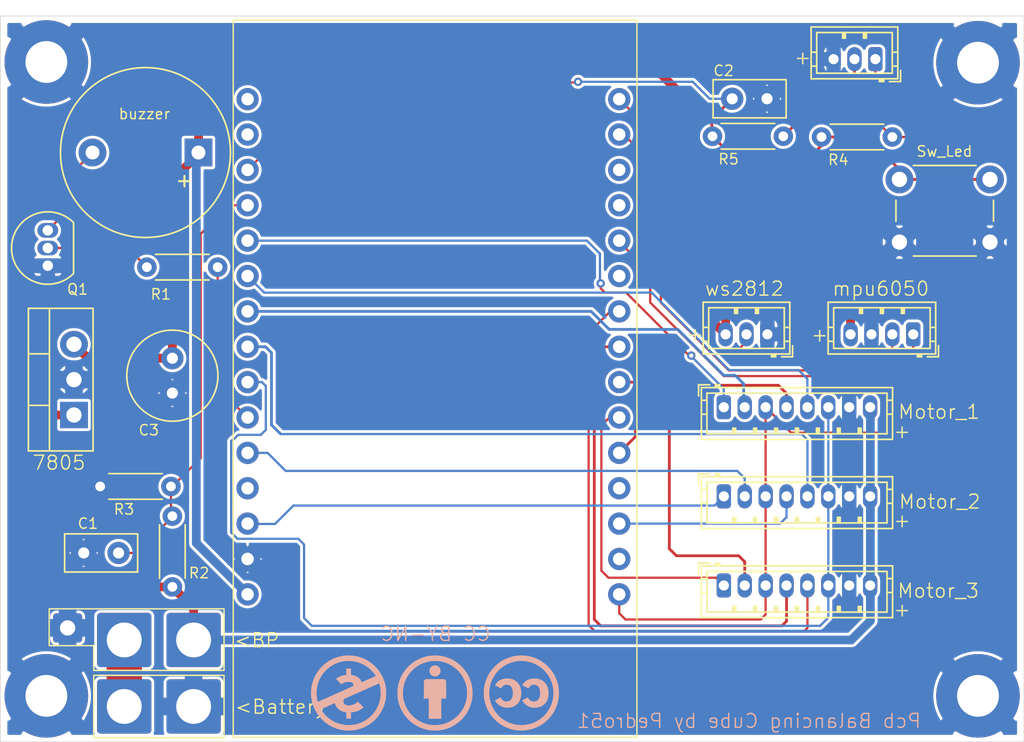
<source format=kicad_pcb>
(kicad_pcb (version 20240108) (generator "pcbnew") (generator_version "8.0")
  (layers (0 "F.Cu" signal) (31 "B.Cu" signal) (34 "B.Paste" user) (35 "F.Paste" user) (36 "B.SilkS" user "B.Silkscreen") (37 "F.SilkS" user "F.Silkscreen") (38 "B.Mask" user) (39 "F.Mask" user) (44 "Edge.Cuts" user))
  (net 0 "")
  (net 1 "+BATT")
  (net 2 "-BATT")
  (net 3 "Net-(BZ1--)")
  (net 4 "Net-(Q1-B)")
  (net 5 "unconnected-(U2-D19-Pad25)")
  (net 6 "Adc batt")
  (net 7 "Net-(J2-Pin_1)")
  (net 8 "Net-(J6-Pin_5)")
  (net 9 "Net-(J6-Pin_6)")
  (net 10 "Net-(J6-Pin_2)")
  (net 11 "Net-(J6-Pin_4)")
  (net 12 "Net-(J7-Pin_5)")
  (net 13 "Net-(J7-Pin_4)")
  (net 14 "Net-(J7-Pin_1)")
  (net 15 "Net-(J7-Pin_2)")
  (net 16 "Net-(J8-Pin_4)")
  (net 17 "Net-(J8-Pin_2)")
  (net 18 "Net-(J8-Pin_5)")
  (net 19 "Net-(J8-Pin_1)")
  (net 20 "SDA")
  (net 21 "SCL")
  (net 22 "WS2812")
  (net 23 "cmd buzzer")
  (net 29 "Net-(J6-Pin_1)")
  (net 30 "Push_Led")
  (net 31 "+3.3V")
  (net 32 "+5V")
  (net 34 "unconnected-(U2-D2-Pad19)")
  (net 35 "Net-(J14-Pin_2)")
  (footprint "Capacitor_THT:C_Disc_D5.0mm_W2.5mm_P2.50mm" (layer "F.Cu") (at 122.2248 106.8832 180)
    (property "Reference" "C1" (hide yes))
    (property "Value" "100nf")
    (pad "1" thru_hole circle (at 0 0 180) (size 1.6 1.6) (drill 0.8) (layers "*.Cu" "*.Mask") (net 6 "Adc batt"))
    (pad "2" thru_hole circle (at 2.5 0 180) (size 1.6 1.6) (drill 0.8) (layers "*.Cu" "*.Mask") (net 2 "-BATT"))
  )
  (footprint "Connector_Wire:SolderWire-2sqmm_1x01_D2mm_OD3.9mm" (layer "F.Cu") (at 127.6096 113.1316)
    (property "Reference" "J1" (hide yes))
    (property "Value" "Conn_01x01" (hide yes))
    (pad "1" thru_hole roundrect (at 0 0) (size 3.9 3.9) (drill 2.5) (layers "*.Cu" "*.Mask") (roundrect_rratio 0.064103) (net 1 "+BATT"))
  )
  (footprint "Connector_JST:JST_ZH_B8B-ZR_1x08_P1.50mm_Vertical" (layer "F.Cu") (at 165.6588 109.22)
    (property "Reference" "J8" (hide yes))
    (property "Value" "Conn_01x08_Pin")
    (pad "1" thru_hole roundrect (at 0 0) (size 1.03 1.73) (drill 0.73) (layers "*.Cu" "*.Mask") (roundrect_rratio 0.242718) (net 19 "Net-(J8-Pin_1)"))
    (pad "2" thru_hole oval (at 1.5 0) (size 1.03 1.73) (drill 0.73) (layers "*.Cu" "*.Mask") (net 17 "Net-(J8-Pin_2)"))
    (pad "3" thru_hole oval (at 3 0) (size 1.03 1.73) (drill 0.73) (layers "*.Cu" "*.Mask") (net 31 "+3.3V"))
    (pad "4" thru_hole oval (at 4.5 0) (size 1.03 1.73) (drill 0.73) (layers "*.Cu" "*.Mask") (net 16 "Net-(J8-Pin_4)"))
    (pad "5" thru_hole oval (at 6 0) (size 1.03 1.73) (drill 0.73) (layers "*.Cu" "*.Mask") (net 18 "Net-(J8-Pin_5)"))
    (pad "6" thru_hole oval (at 7.5 0) (size 1.03 1.73) (drill 0.73) (layers "*.Cu" "*.Mask") (net 9 "Net-(J6-Pin_6)"))
    (pad "7" thru_hole oval (at 9 0) (size 1.03 1.73) (drill 0.73) (layers "*.Cu" "*.Mask") (net 2 "-BATT"))
    (pad "8" thru_hole oval (at 10.5 0) (size 1.03 1.73) (drill 0.73) (layers "*.Cu" "*.Mask") (net 1 "+BATT"))
  )
  (footprint "Capacitor_THT:C_Disc_D5.0mm_W2.5mm_P2.50mm" (layer "F.Cu") (at 166.2576 74.2696)
    (property "Reference" "C2" (hide yes))
    (property "Value" "100nf")
    (pad "1" thru_hole circle (at 0 0) (size 1.6 1.6) (drill 0.8) (layers "*.Cu" "*.Mask") (net 30 "Push_Led"))
    (pad "2" thru_hole circle (at 2.5 0) (size 1.6 1.6) (drill 0.8) (layers "*.Cu" "*.Mask") (net 2 "-BATT"))
  )
  (footprint "" (layer "F.Cu") (at 183.896 117.1448)
    (property "Reference" "" (at 0 0 0) (layer "F.SilkS") (effects (font (size 1.27 1.27))))
    (property "Value" "")
    (pad "1" thru_hole circle (at 0 0) (size 6 6) (drill 3) (layers "*.Cu" "*.Mask") (net 2 "-BATT"))
  )
  (footprint "Connector_JST:JST_ZH_B8B-ZR_1x08_P1.50mm_Vertical" (layer "F.Cu") (at 165.6588 102.8192)
    (property "Reference" "J7" (hide yes))
    (property "Value" "Conn_01x08_Pin")
    (pad "1" thru_hole roundrect (at 0 0) (size 1.03 1.73) (drill 0.73) (layers "*.Cu" "*.Mask") (roundrect_rratio 0.242718) (net 14 "Net-(J7-Pin_1)"))
    (pad "2" thru_hole oval (at 1.5 0) (size 1.03 1.73) (drill 0.73) (layers "*.Cu" "*.Mask") (net 15 "Net-(J7-Pin_2)"))
    (pad "3" thru_hole oval (at 3 0) (size 1.03 1.73) (drill 0.73) (layers "*.Cu" "*.Mask") (net 31 "+3.3V"))
    (pad "4" thru_hole oval (at 4.5 0) (size 1.03 1.73) (drill 0.73) (layers "*.Cu" "*.Mask") (net 13 "Net-(J7-Pin_4)"))
    (pad "5" thru_hole oval (at 6 0) (size 1.03 1.73) (drill 0.73) (layers "*.Cu" "*.Mask") (net 12 "Net-(J7-Pin_5)"))
    (pad "6" thru_hole oval (at 7.5 0) (size 1.03 1.73) (drill 0.73) (layers "*.Cu" "*.Mask") (net 9 "Net-(J6-Pin_6)"))
    (pad "7" thru_hole oval (at 9 0) (size 1.03 1.73) (drill 0.73) (layers "*.Cu" "*.Mask") (net 2 "-BATT"))
    (pad "8" thru_hole oval (at 10.5 0) (size 1.03 1.73) (drill 0.73) (layers "*.Cu" "*.Mask") (net 1 "+BATT"))
  )
  (footprint "Resistor_THT:R_Axial_DIN0204_L3.6mm_D1.6mm_P5.08mm_Horizontal" (layer "F.Cu") (at 126.0856 109.3216 90)
    (property "Reference" "R2" (hide yes))
    (property "Value" "33k")
    (pad "1" thru_hole circle (at 0 0 90) (size 1.4 1.4) (drill 0.7) (layers "*.Cu" "*.Mask") (net 1 "+BATT"))
    (pad "2" thru_hole oval (at 5.08 0 90) (size 1.4 1.4) (drill 0.7) (layers "*.Cu" "*.Mask") (net 6 "Adc batt"))
  )
  (footprint "Resistor_THT:R_Axial_DIN0204_L3.6mm_D1.6mm_P5.08mm_Horizontal" (layer "F.Cu") (at 164.846 76.962)
    (property "Reference" "R5" (hide yes))
    (property "Value" "1k")
    (pad "1" thru_hole circle (at 0 0) (size 1.4 1.4) (drill 0.7) (layers "*.Cu" "*.Mask") (net 30 "Push_Led"))
    (pad "2" thru_hole oval (at 5.08 0) (size 1.4 1.4) (drill 0.7) (layers "*.Cu" "*.Mask") (net 35 "Net-(J14-Pin_2)"))
  )
  (footprint "Capacitor_THT:C_Radial_D6.3mm_H11.0mm_P2.50mm" (layer "F.Cu") (at 126.0856 92.9024 -90)
    (property "Reference" "C3" (hide yes))
    (property "Value" "C_Polarized")
    (pad "1" thru_hole circle (at 0 0 270) (size 1.6 1.6) (drill 0.8) (layers "*.Cu" "*.Mask") (net 32 "+5V"))
    (pad "2" thru_hole circle (at 2.5 0 270) (size 1.6 1.6) (drill 0.8) (layers "*.Cu" "*.Mask") (net 2 "-BATT"))
  )
  (footprint "Connector_JST:JST_ZH_B3B-ZR_1x03_P1.50mm_Vertical" (layer "F.Cu") (at 176.5328 71.4248 180)
    (property "Reference" "J14" (hide yes))
    (property "Value" "Conn_01x03_Pin")
    (pad "1" thru_hole roundrect (at 0 0 180) (size 1.03 1.73) (drill 0.73) (layers "*.Cu" "*.Mask") (roundrect_rratio 0.242718) (net 31 "+3.3V"))
    (pad "2" thru_hole oval (at 1.5 0 180) (size 1.03 1.73) (drill 0.73) (layers "*.Cu" "*.Mask") (net 35 "Net-(J14-Pin_2)"))
    (pad "3" thru_hole oval (at 3 0 180) (size 1.03 1.73) (drill 0.73) (layers "*.Cu" "*.Mask") (net 2 "-BATT"))
  )
  (footprint "Package_TO_SOT_THT:TO-92_Inline" (layer "F.Cu") (at 117.1448 86.2584 90)
    (property "Reference" "Q1" (hide yes))
    (property "Value" "PN2222A")
    (pad "1" thru_hole rect (at 0 0 90) (size 1.05 1.5) (drill 0.75) (layers "*.Cu" "*.Mask") (net 2 "-BATT"))
    (pad "2" thru_hole oval (at 1.27 0 90) (size 1.05 1.5) (drill 0.75) (layers "*.Cu" "*.Mask") (net 4 "Net-(Q1-B)"))
    (pad "3" thru_hole oval (at 2.54 0 90) (size 1.05 1.5) (drill 0.75) (layers "*.Cu" "*.Mask") (net 3 "Net-(BZ1--)"))
  )
  (footprint "Package_TO_SOT_THT:TO-220-3_Vertical" (layer "F.Cu") (at 119.0244 96.9772 90)
    (property "Reference" "U1" (hide yes))
    (property "Value" "LM7805_TO220")
    (pad "1" thru_hole rect (at 0 0 90) (size 1.905 2) (drill 1.1) (layers "*.Cu" "*.Mask") (net 1 "+BATT"))
    (pad "2" thru_hole oval (at 2.54 0 90) (size 1.905 2) (drill 1.1) (layers "*.Cu" "*.Mask") (net 2 "-BATT"))
    (pad "3" thru_hole oval (at 5.08 0 90) (size 1.905 2) (drill 1.1) (layers "*.Cu" "*.Mask") (net 32 "+5V"))
  )
  (footprint "Resistor_THT:R_Axial_DIN0204_L3.6mm_D1.6mm_P5.08mm_Horizontal" (layer "F.Cu") (at 172.6692 77.0128)
    (property "Reference" "R4" (hide yes))
    (property "Value" "10k")
    (pad "1" thru_hole circle (at 0 0) (size 1.4 1.4) (drill 0.7) (layers "*.Cu" "*.Mask") (net 30 "Push_Led"))
    (pad "2" thru_hole oval (at 5.08 0) (size 1.4 1.4) (drill 0.7) (layers "*.Cu" "*.Mask") (net 31 "+3.3V"))
  )
  (footprint "MountingHole:MountingHole_3mm_Pad" (layer "F.Cu") (at 117.0432 71.628)
    (property "Reference" "1" (hide yes))
    (property "Value" "MountingHole_3mm_Pad" (hide yes))
    (pad "1" thru_hole circle (at 0 0) (size 6 6) (drill 3) (layers "*.Cu" "*.Mask") (net 2 "-BATT"))
  )
  (footprint "Button_Switch_THT:SW_PUSH_6mm" (layer "F.Cu") (at 184.7596 84.5608 180)
    (property "Reference" "SW2" (hide yes))
    (property "Value" "SW_Push")
    (pad "1" thru_hole circle (at 0 0 270) (size 2 2) (drill 1.1) (layers "*.Cu" "*.Mask") (net 2 "-BATT"))
    (pad "1" thru_hole circle (at 6.5 0 270) (size 2 2) (drill 1.1) (layers "*.Cu" "*.Mask") (net 2 "-BATT"))
    (pad "2" thru_hole circle (at 0 4.5 270) (size 2 2) (drill 1.1) (layers "*.Cu" "*.Mask") (net 30 "Push_Led"))
    (pad "2" thru_hole circle (at 6.5 4.5 270) (size 2 2) (drill 1.1) (layers "*.Cu" "*.Mask") (net 30 "Push_Led"))
  )
  (footprint "Connector_JST:JST_ZH_B8B-ZR_1x08_P1.50mm_Vertical" (layer "F.Cu") (at 165.656 96.4184)
    (property "Reference" "J6" (hide yes))
    (property "Value" "Conn_01x08_Pin")
    (pad "1" thru_hole roundrect (at 0 0) (size 1.03 1.73) (drill 0.73) (layers "*.Cu" "*.Mask") (roundrect_rratio 0.242718) (net 29 "Net-(J6-Pin_1)"))
    (pad "2" thru_hole oval (at 1.5 0) (size 1.03 1.73) (drill 0.73) (layers "*.Cu" "*.Mask") (net 10 "Net-(J6-Pin_2)"))
    (pad "3" thru_hole oval (at 3 0) (size 1.03 1.73) (drill 0.73) (layers "*.Cu" "*.Mask") (net 31 "+3.3V"))
    (pad "4" thru_hole oval (at 4.5 0) (size 1.03 1.73) (drill 0.73) (layers "*.Cu" "*.Mask") (net 11 "Net-(J6-Pin_4)"))
    (pad "5" thru_hole oval (at 6 0) (size 1.03 1.73) (drill 0.73) (layers "*.Cu" "*.Mask") (net 8 "Net-(J6-Pin_5)"))
    (pad "6" thru_hole oval (at 7.5 0) (size 1.03 1.73) (drill 0.73) (layers "*.Cu" "*.Mask") (net 9 "Net-(J6-Pin_6)"))
    (pad "7" thru_hole oval (at 9 0) (size 1.03 1.73) (drill 0.73) (layers "*.Cu" "*.Mask") (net 2 "-BATT"))
    (pad "8" thru_hole oval (at 10.5 0) (size 1.03 1.73) (drill 0.73) (layers "*.Cu" "*.Mask") (net 1 "+BATT"))
  )
  (footprint "Connector_Wire:SolderWire-0.5sqmm_1x01_D0.9mm_OD2.1mm" (layer "F.Cu") (at 118.5672 112.268)
    (property "Reference" "J5" (hide yes))
    (property "Value" "Conn_01x01" (hide yes))
    (pad "1" thru_hole roundrect (at 0 0) (size 2.1 2.1) (drill 1.1) (layers "*.Cu" "*.Mask") (roundrect_rratio 0.119048) (net 2 "-BATT"))
  )
  (footprint "Connector_Wire:SolderWire-2sqmm_1x01_D2mm_OD3.9mm" (layer "F.Cu") (at 122.6312 113.1316)
    (property "Reference" "J2" (hide yes))
    (property "Value" "Conn_01x01" (hide yes))
    (pad "1" thru_hole roundrect (at 0 0) (size 3.9 3.9) (drill 2.5) (layers "*.Cu" "*.Mask") (roundrect_rratio 0.064103) (net 7 "Net-(J2-Pin_1)"))
  )
  (footprint "Connector_Wire:SolderWire-2sqmm_1x01_D2mm_OD3.9mm" (layer "F.Cu") (at 122.6312 117.9068)
    (property "Reference" "J3" (hide yes))
    (property "Value" "Conn_01x01" (hide yes))
    (pad "1" thru_hole roundrect (at 0 0) (size 3.9 3.9) (drill 2.5) (layers "*.Cu" "*.Mask") (roundrect_rratio 0.064103) (net 7 "Net-(J2-Pin_1)"))
  )
  (footprint "Resistor_THT:R_Axial_DIN0204_L3.6mm_D1.6mm_P5.08mm_Horizontal" (layer "F.Cu") (at 125.984 102.108 180)
    (property "Reference" "R3" (hide yes))
    (property "Value" "10k")
    (pad "1" thru_hole circle (at 0 0 180) (size 1.4 1.4) (drill 0.7) (layers "*.Cu" "*.Mask") (net 6 "Adc batt"))
    (pad "2" thru_hole oval (at 5.08 0 180) (size 1.4 1.4) (drill 0.7) (layers "*.Cu" "*.Mask") (net 2 "-BATT"))
  )
  (footprint "Resistor_THT:R_Axial_DIN0204_L3.6mm_D1.6mm_P5.08mm_Horizontal" (layer "F.Cu") (at 129.3368 86.36 180)
    (property "Reference" "R1" (hide yes))
    (property "Value" "1k")
    (pad "1" thru_hole circle (at 0 0 180) (size 1.4 1.4) (drill 0.7) (layers "*.Cu" "*.Mask") (net 23 "cmd buzzer"))
    (pad "2" thru_hole oval (at 5.08 0 180) (size 1.4 1.4) (drill 0.7) (layers "*.Cu" "*.Mask") (net 4 "Net-(Q1-B)"))
  )
  (footprint "MountingHole:MountingHole_3mm_Pad" (layer "F.Cu") (at 117.0432 117.1448)
    (property "Reference" "1" (hide yes))
    (property "Value" "MountingHole_3mm_Pad" (hide yes))
    (pad "1" thru_hole circle (at 0 0) (size 6 6) (drill 3) (layers "*.Cu" "*.Mask") (net 2 "-BATT"))
  )
  (footprint "Connector_JST:JST_ZH_B4B-ZR_1x04_P1.50mm_Vertical" (layer "F.Cu") (at 179.252 91.186 180)
    (property "Reference" "J12" (hide yes))
    (property "Value" "Conn_01x04_Pin")
    (pad "1" thru_hole roundrect (at 0 0 180) (size 1.03 1.73) (drill 0.73) (layers "*.Cu" "*.Mask") (roundrect_rratio 0.242718) (net 20 "SDA"))
    (pad "2" thru_hole oval (at 1.5 0 180) (size 1.03 1.73) (drill 0.73) (layers "*.Cu" "*.Mask") (net 21 "SCL"))
    (pad "3" thru_hole oval (at 3 0 180) (size 1.03 1.73) (drill 0.73) (layers "*.Cu" "*.Mask") (net 2 "-BATT"))
    (pad "4" thru_hole oval (at 4.5 0 180) (size 1.03 1.73) (drill 0.73) (layers "*.Cu" "*.Mask") (net 32 "+5V"))
  )
  (footprint "Connector_JST:JST_ZH_B3B-ZR_1x03_P1.50mm_Vertical" (layer "F.Cu") (at 168.7844 91.186 180)
    (property "Reference" "J13" (hide yes))
    (property "Value" "Conn_01x03_Pin")
    (pad "1" thru_hole roundrect (at 0 0 180) (size 1.03 1.73) (drill 0.73) (layers "*.Cu" "*.Mask") (roundrect_rratio 0.242718) (net 2 "-BATT"))
    (pad "2" thru_hole oval (at 1.5 0 180) (size 1.03 1.73) (drill 0.73) (layers "*.Cu" "*.Mask") (net 22 "WS2812"))
    (pad "3" thru_hole oval (at 3 0 180) (size 1.03 1.73) (drill 0.73) (layers "*.Cu" "*.Mask") (net 32 "+5V"))
  )
  (footprint "" (layer "F.Cu") (at 183.896 71.6788)
    (property "Reference" "" (at 0 0 0) (layer "F.SilkS") (effects (font (size 1.27 1.27))))
    (property "Value" "")
    (pad "1" thru_hole circle (at 0 0) (size 6 6) (drill 3) (layers "*.Cu" "*.Mask") (net 2 "-BATT"))
  )
  (footprint "Connector_Wire:SolderWire-2sqmm_1x01_D2mm_OD3.9mm" (layer "F.Cu") (at 127.6096 117.9068)
    (property "Reference" "J4" (hide yes))
    (property "Value" "Conn_01x01" (hide yes))
    (pad "1" thru_hole roundrect (at 0 0) (size 3.9 3.9) (drill 2.5) (layers "*.Cu" "*.Mask") (roundrect_rratio 0.064103) (net 2 "-BATT"))
  )
  (footprint "Buzzer_Beeper:Buzzer_12x9.5RM7.6" (layer "F.Cu") (at 127.9552 78.1304 180)
    (property "Reference" "BZ1" (hide yes))
    (property "Value" "Buzzer" (hide yes))
    (fp_text user "+" (at 1.006 -1.9812 0) (layer "F.SilkS"))
    (pad "1" thru_hole rect (at 0 0 180) (size 2 2) (drill 1) (layers "*.Cu" "*.Mask") (net 32 "+5V"))
    (pad "2" thru_hole circle (at 7.6 0 180) (size 2 2) (drill 1) (layers "*.Cu" "*.Mask") (net 3 "Net-(BZ1--)"))
  )
  (footprint "MesEmpreintes:esp module 30pins" (layer "F.Cu") (at 145.4526 94.6162)
    (property "Reference" "U2" (hide yes))
    (property "Value" "~")
    (pad "1" thru_hole circle (at -13.97 -20.32) (size 1.6 1.6) (drill 0.9) (layers "*.Cu" "*.Mask"))
    (pad "2" thru_hole circle (at -13.97 -17.78) (size 1.6 1.6) (drill 0.9) (layers "*.Cu" "*.Mask"))
    (pad "3" thru_hole circle (at -13.97 -15.24) (size 1.6 1.6) (drill 0.9) (layers "*.Cu" "*.Mask") (net 30 "Push_Led"))
    (pad "4" thru_hole circle (at -13.97 -12.7) (size 1.6 1.6) (drill 0.9) (layers "*.Cu" "*.Mask") (net 6 "Adc batt"))
    (pad "5" thru_hole circle (at -13.97 -10.16) (size 1.6 1.6) (drill 0.9) (layers "*.Cu" "*.Mask") (net 29 "Net-(J6-Pin_1)"))
    (pad "6" thru_hole circle (at -13.97 -7.62) (size 1.6 1.6) (drill 0.9) (layers "*.Cu" "*.Mask") (net 8 "Net-(J6-Pin_5)"))
    (pad "7" thru_hole circle (at -13.97 -5.08) (size 1.6 1.6) (drill 0.9) (layers "*.Cu" "*.Mask") (net 10 "Net-(J6-Pin_2)"))
    (pad "8" thru_hole circle (at -13.97 -2.54) (size 1.6 1.6) (drill 0.9) (layers "*.Cu" "*.Mask") (net 12 "Net-(J7-Pin_5)"))
    (pad "9" thru_hole circle (at -13.97 0) (size 1.6 1.6) (drill 0.9) (layers "*.Cu" "*.Mask") (net 9 "Net-(J6-Pin_6)"))
    (pad "10" thru_hole circle (at -13.97 2.54) (size 1.6 1.6) (drill 0.9) (layers "*.Cu" "*.Mask") (net 23 "cmd buzzer"))
    (pad "11" thru_hole circle (at -13.97 5.08) (size 1.6 1.6) (drill 0.9) (layers "*.Cu" "*.Mask") (net 15 "Net-(J7-Pin_2)"))
    (pad "12" thru_hole circle (at -13.97 7.62) (size 1.6 1.6) (drill 0.9) (layers "*.Cu" "*.Mask"))
    (pad "13" thru_hole circle (at -13.97 10.16) (size 1.6 1.6) (drill 0.9) (layers "*.Cu" "*.Mask") (net 14 "Net-(J7-Pin_1)"))
    (pad "14" thru_hole circle (at -13.97 12.7) (size 1.6 1.6) (drill 0.9) (layers "*.Cu" "*.Mask") (net 2 "-BATT"))
    (pad "15" thru_hole circle (at -13.97 15.24) (size 1.6 1.6) (drill 0.9) (layers "*.Cu" "*.Mask") (net 32 "+5V"))
    (pad "16" thru_hole circle (at 12.7 15.24) (size 1.6 1.6) (drill 0.9) (layers "*.Cu" "*.Mask") (net 31 "+3.3V"))
    (pad "17" thru_hole circle (at 12.7 12.7) (size 1.6 1.6) (drill 0.9) (layers "*.Cu" "*.Mask"))
    (pad "18" thru_hole circle (at 12.7 10.16) (size 1.6 1.6) (drill 0.9) (layers "*.Cu" "*.Mask") (net 13 "Net-(J7-Pin_4)"))
    (pad "19" thru_hole circle (at 12.7 7.62) (size 1.6 1.6) (drill 0.9) (layers "*.Cu" "*.Mask") (net 34 "unconnected-(U2-D2-Pad19)"))
    (pad "20" thru_hole circle (at 12.7 5.08) (size 1.6 1.6) (drill 0.9) (layers "*.Cu" "*.Mask") (net 11 "Net-(J6-Pin_4)"))
    (pad "21" thru_hole circle (at 12.7 2.54) (size 1.6 1.6) (drill 0.9) (layers "*.Cu" "*.Mask") (net 19 "Net-(J8-Pin_1)"))
    (pad "22" thru_hole circle (at 12.7 0) (size 1.6 1.6) (drill 0.9) (layers "*.Cu" "*.Mask") (net 17 "Net-(J8-Pin_2)"))
    (pad "23" thru_hole circle (at 12.7 -2.54) (size 1.6 1.6) (drill 0.9) (layers "*.Cu" "*.Mask") (net 16 "Net-(J8-Pin_4)"))
    (pad "24" thru_hole circle (at 12.7 -5.08) (size 1.6 1.6) (drill 0.9) (layers "*.Cu" "*.Mask") (net 18 "Net-(J8-Pin_5)"))
    (pad "25" thru_hole circle (at 12.7 -7.62) (size 1.6 1.6) (drill 0.9) (layers "*.Cu" "*.Mask") (net 5 "unconnected-(U2-D19-Pad25)"))
    (pad "26" thru_hole circle (at 12.7 -10.16) (size 1.6 1.6) (drill 0.9) (layers "*.Cu" "*.Mask") (net 20 "SDA"))
    (pad "27" thru_hole circle (at 12.7 -12.7) (size 1.6 1.6) (drill 0.9) (layers "*.Cu" "*.Mask"))
    (pad "28" thru_hole circle (at 12.7 -15.24) (size 1.6 1.6) (drill 0.9) (layers "*.Cu" "*.Mask"))
    (pad "29" thru_hole circle (at 12.7 -17.78) (size 1.6 1.6) (drill 0.9) (layers "*.Cu" "*.Mask") (net 21 "SCL"))
    (pad "30" thru_hole circle (at 12.7 -20.32) (size 1.6 1.6) (drill 0.9) (layers "*.Cu" "*.Mask") (net 22 "WS2812"))
  )
  (footprint "Symbol:Symbol_CC-Attribution_Silkscreen_Small" (layer "B.Cu") (at 144.9324 116.9416 180)
    (property "Reference" "REF**" (hide yes))
    (property "Value" "Symbol_CC-Attribution_Silkscreen_Small" (hide yes))
  )
  (footprint "Symbol:Symbol_CreativeCommons_Silkscreen_Type2_Small" (layer "B.Cu") (at 151.13 116.9416 180)
    (property "Reference" "REF**" (hide yes))
    (property "Value" "Symbol_CreativeCommons_Silkscreen_Type2_Small" (hide yes))
  )
  (footprint "Symbol:Symbol_CC-Noncommercial_Silkscreen_Small" (layer "B.Cu") (at 138.7348 116.9416 180)
    (property "Reference" "REF**" (hide yes))
    (property "Value" "Symbol_CC-Noncommercial_Silkscreen_Small" (hide yes))
  )
  (gr_poly (pts (xy 117.2464 110.8964) (xy 129.794 110.8964) (xy 129.794 115.316) (xy 120.4468 115.316) (xy 120.4468 113.538) (xy 117.2464 113.538)) (stroke (width 0.1)) (fill none) (layer "F.SilkS"))
  (gr_rect (start 120.4468 115.6716) (end 129.794 120.142) (stroke (width 0.1)) (fill none) (layer "F.SilkS"))
  (gr_rect (start 113.7412 68.326) (end 187.198 120.4468) (stroke (width 0.05)) (fill none) (layer "Edge.Cuts"))
  (gr_text "CC BY-NC" (at 148.9964 113.284 0) (layer "B.SilkS") (effects (font (size 1 1) (thickness 0.1)) (justify left bottom mirror)))
  (gr_text "Pcb Balancing Cube by Pedro51" (at 179.8828 119.5324 0) (layer "B.SilkS") (effects (font (size 1 1) (thickness 0.1)) (justify left bottom mirror)))
  (gr_text "R2\n" (at 127.2032 108.7628 0) (layer "F.SilkS") (effects (font (size 0.75 0.75) (thickness 0.1)) (justify left bottom)))
  (gr_text "R4" (at 173.0756 79.0956 0) (layer "F.SilkS") (effects (font (size 0.75 0.75) (thickness 0.1)) (justify left bottom)))
  (gr_text "<Battery" (at 130.5052 118.5164 0) (layer "F.SilkS") (effects (font (size 1 1) (thickness 0.1)) (justify left bottom)))
  (gr_text "Sw_Led" (at 179.4256 78.486 0) (layer "F.SilkS") (effects (font (size 0.75 0.75) (thickness 0.1)) (justify left bottom)))
  (gr_text "R3" (at 121.8184 104.1908 0) (layer "F.SilkS") (effects (font (size 0.75 0.75) (thickness 0.1)) (justify left bottom)))
  (gr_text "Motor_1" (at 178.1048 97.3328 0) (layer "F.SilkS") (effects (font (size 1 1) (thickness 0.1)) (justify left bottom)))
  (gr_text "Motor_3" (at 178.054 110.1852 0) (layer "F.SilkS") (effects (font (size 1 1) (thickness 0.1)) (justify left bottom)))
  (gr_text "+" (at 177.7688 111.53 0) (layer "F.SilkS") (effects (font (size 1 1) (thickness 0.1)) (justify left bottom)))
  (gr_text "+" (at 170.6372 71.882 0) (layer "F.SilkS") (effects (font (size 1 1) (thickness 0.1)) (justify left bottom)))
  (gr_text "7805\n" (at 115.9764 100.9904 0) (layer "F.SilkS") (effects (font (size 1 1) (thickness 0.1)) (justify left bottom)))
  (gr_text "R1" (at 124.46 88.7476 0) (layer "F.SilkS") (effects (font (size 0.75 0.75) (thickness 0.1)) (justify left bottom)))
  (gr_text "C1" (at 119.2276 105.2068 0) (layer "F.SilkS") (effects (font (size 0.75 0.75) (thickness 0.1)) (justify left bottom)))
  (gr_text "<BP" (at 130.4544 113.7412 0) (layer "F.SilkS") (effects (font (size 1 1) (thickness 0.1)) (justify left bottom)))
  (gr_text "ws2812" (at 164.2364 88.4936 0) (layer "F.SilkS") (effects (font (size 1 1) (thickness 0.1)) (justify left bottom)))
  (gr_text "+" (at 162.9156 91.7448 0) (layer "F.SilkS") (effects (font (size 1 1) (thickness 0.1)) (justify left bottom)))
  (gr_text "+" (at 177.766 98.7284 0) (layer "F.SilkS") (effects (font (size 1 1) (thickness 0.1)) (justify left bottom)))
  (gr_text "mpu6050" (at 173.3804 88.4936 0) (layer "F.SilkS") (effects (font (size 1 1) (thickness 0.1)) (justify left bottom)))
  (gr_text "C3\n" (at 123.5964 98.5012 0) (layer "F.SilkS") (effects (font (size 0.75 0.75) (thickness 0.1)) (justify left bottom)))
  (gr_text "buzzer" (at 122.174 75.7936 0) (layer "F.SilkS") (effects (font (size 0.75 0.75) (thickness 0.1)) (justify left bottom)))
  (gr_text "Motor_2" (at 178.1556 103.7844 0) (layer "F.SilkS") (effects (font (size 1 1) (thickness 0.1)) (justify left bottom)))
  (gr_text "C2" (at 164.846 72.6948 0) (layer "F.SilkS") (effects (font (size 0.75 0.75) (thickness 0.1)) (justify left bottom)))
  (gr_text "R5\n" (at 165.2016 79.0448 0) (layer "F.SilkS") (effects (font (size 0.75 0.75) (thickness 0.1)) (justify left bottom)))
  (gr_text "Q1\n" (at 118.4656 88.392 0) (layer "F.SilkS") (effects (font (size 0.75 0.75) (thickness 0.1)) (justify left bottom)))
  (gr_text "+" (at 171.8564 91.7956 0) (layer "F.SilkS") (effects (font (size 1 1) (thickness 0.1)) (justify left bottom)))
  (gr_text "+" (at 177.7688 105.1292 0) (layer "F.SilkS") (effects (font (size 1 1) (thickness 0.1)) (justify left bottom)))
  (segment (start 116.9924 109.3216) (end 126.0856 109.3216) (width 0.63) (layer "F.Cu") (net 1))
  (segment (start 127.6096 113.1316) (end 127.6096 110.8456) (width 0.63) (layer "F.Cu") (net 1))
  (segment (start 126.0348 109.3724) (end 125.73 109.3724) (width 0.16) (layer "F.Cu") (net 1))
  (segment (start 176.3484 96.32) (end 176.3516 96.3168) (width 0.16) (layer "F.Cu") (net 1))
  (segment (start 127.6096 110.8456) (end 126.0856 109.3216) (width 0.63) (layer "F.Cu") (net 1))
  (segment (start 117.2972 96.9772) (end 115.57 98.7044) (width 0.63) (layer "F.Cu") (net 1))
  (segment (start 125.6792 109.4232) (end 125.73 109.3724) (width 0.16) (layer "F.Cu") (net 1))
  (segment (start 115.57 98.7044) (end 115.57 107.8992) (width 0.63) (layer "F.Cu") (net 1))
  (segment (start 127.6096 111.252) (end 127.6096 113.1316) (width 0.16) (layer "F.Cu") (net 1))
  (segment (start 119.0244 96.9772) (end 117.2972 96.9772) (width 0.63) (layer "F.Cu") (net 1))
  (segment (start 115.57 107.8992) (end 116.9924 109.3216) (width 0.63) (layer "F.Cu") (net 1))
  (segment (start 127.6096 113.1316) (end 127.1524 112.6744) (width 0.95) (layer "F.Cu") (net 1))
  (segment (start 176.3516 96.3168) (end 176.3516 95.6812) (width 0.16) (layer "B.Cu") (net 1))
  (segment (start 176.1744 111.76) (end 176.1744 96.4368) (width 0.63) (layer "B.Cu") (net 1))
  (segment (start 127.6096 113.1316) (end 174.8028 113.1316) (width 0.63) (layer "B.Cu") (net 1))
  (segment (start 174.8028 113.1316) (end 176.1744 111.76) (width 0.63) (layer "B.Cu") (net 1))
  (segment (start 176.1744 96.4368) (end 176.156 96.4184) (width 0.63) (layer "B.Cu") (net 1))
  (segment (start 117.1448 83.7184) (end 119.0244 81.8388) (width 0.16) (layer "F.Cu") (net 3))
  (segment (start 119.0244 79.4612) (end 120.3552 78.1304) (width 0.16) (layer "F.Cu") (net 3))
  (segment (start 119.0244 81.8388) (end 119.0244 79.4612) (width 0.16) (layer "F.Cu") (net 3))
  (segment (start 119.8372 78.496) (end 120.2028 78.1304) (width 0.16) (layer "F.Cu") (net 3))
  (segment (start 117.1448 84.9884) (end 122.8852 84.9884) (width 0.16) (layer "F.Cu") (net 4))
  (segment (start 122.8852 84.9884) (end 124.2568 86.36) (width 0.16) (layer "F.Cu") (net 4))
  (segment (start 158.2178 86.9962) (end 158.1526 86.9962) (width 0.16) (layer "F.Cu") (net 5))
  (segment (start 158.1526 86.9962) (end 158.5734 86.9962) (width 0.16) (layer "F.Cu") (net 5))
  (segment (start 158.1526 86.9962) (end 158.2276 87.0712) (width 0.2) (layer "B.Cu") (net 5))
  (segment (start 130.1738 81.9162) (end 131.4826 81.9162) (width 0.16) (layer "F.Cu") (net 6))
  (segment (start 131.4826 81.979) (end 131.4826 81.9162) (width 0.16) (layer "F.Cu") (net 6))
  (segment (start 128.1176 83.9724) (end 130.1738 81.9162) (width 0.16) (layer "F.Cu") (net 6))
  (segment (start 123.4948 106.8832) (end 125.984 104.394) (width 0.16) (layer "F.Cu") (net 6))
  (segment (start 122.2248 106.8832) (end 123.4948 106.8832) (width 0.16) (layer "F.Cu") (net 6))
  (segment (start 125.984 102.2096) (end 128.1176 100.076) (width 0.16) (layer "F.Cu") (net 6))
  (segment (start 128.1176 100.076) (end 128.1176 83.9724) (width 0.16) (layer "F.Cu") (net 6))
  (segment (start 125.984 104.394) (end 125.984 102.2096) (width 0.16) (layer "F.Cu") (net 6))
  (segment (start 122.6312 113.1316) (end 122.6312 117.9068) (width 2.54) (layer "F.Cu") (net 7))
  (segment (start 171.0192 93.7524) (end 171.6532 94.3864) (width 0.16) (layer "B.Cu") (net 8))
  (segment (start 166.0408 93.7524) (end 171.0192 93.7524) (width 0.16) (layer "B.Cu") (net 8))
  (segment (start 160.4772 88.1888) (end 166.0408 93.7524) (width 0.16) (layer "B.Cu") (net 8))
  (segment (start 171.6532 96.4156) (end 171.656 96.4184) (width 0.16) (layer "B.Cu") (net 8))
  (segment (start 132.6752 88.1888) (end 160.4772 88.1888) (width 0.16) (layer "B.Cu") (net 8))
  (segment (start 131.4826 86.9962) (end 132.6752 88.1888) (width 0.16) (layer "B.Cu") (net 8))
  (segment (start 171.6532 94.3864) (end 171.6532 96.4156) (width 0.16) (layer "B.Cu") (net 8))
  (segment (start 173.1588 96.4212) (end 173.156 96.4184) (width 0.16) (layer "F.Cu") (net 9))
  (segment (start 132.7912 94.8944) (end 132.7912 98.044) (width 0.16) (layer "B.Cu") (net 9))
  (segment (start 130.302 98.8568) (end 130.302 105.41) (width 0.16) (layer "B.Cu") (net 9))
  (segment (start 131.4826 94.6162) (end 132.513 94.6162) (width 0.16) (layer "B.Cu") (net 9))
  (segment (start 135.5344 106.2736) (end 135.5344 111.5568) (width 0.16) (layer "B.Cu") (net 9))
  (segment (start 132.7912 98.044) (end 132.4356 98.3996) (width 0.16) (layer "B.Cu") (net 9))
  (segment (start 130.81 98.3996) (end 130.5052 98.7044) (width 0.16) (layer "B.Cu") (net 9))
  (segment (start 173.1588 111.5244) (end 173.1588 109.22) (width 0.16) (layer "B.Cu") (net 9))
  (segment (start 135.5344 111.5568) (end 136.0932 112.1156) (width 0.16) (layer "B.Cu") (net 9))
  (segment (start 172.5676 112.1156) (end 173.1588 111.5244) (width 0.16) (layer "B.Cu") (net 9))
  (segment (start 135.128 105.8672) (end 135.5344 106.2736) (width 0.16) (layer "B.Cu") (net 9))
  (segment (start 132.4356 98.3996) (end 130.81 98.3996) (width 0.16) (layer "B.Cu") (net 9))
  (segment (start 136.0932 112.1156) (end 172.5676 112.1156) (width 0.16) (layer "B.Cu") (net 9))
  (segment (start 130.4544 98.7044) (end 130.302 98.8568) (width 0.16) (layer "B.Cu") (net 9))
  (segment (start 130.302 105.41) (end 130.7592 105.8672) (width 0.16) (layer "B.Cu") (net 9))
  (segment (start 132.513 94.6162) (end 132.7912 94.8944) (width 0.16) (layer "B.Cu") (net 9))
  (segment (start 130.5052 98.7044) (end 130.4544 98.7044) (width 0.16) (layer "B.Cu") (net 9))
  (segment (start 130.7592 105.8672) (end 135.128 105.8672) (width 0.16) (layer "B.Cu") (net 9))
  (segment (start 173.156 96.4184) (end 173.156 109.2172) (width 0.16) (layer "B.Cu") (net 9))
  (segment (start 173.156 109.2172) (end 173.1588 109.22) (width 0.16) (layer "B.Cu") (net 9))
  (segment (start 157.4292 90.8304) (end 162.3568 90.8304) (width 0.2) (layer "B.Cu") (net 10))
  (segment (start 165.6588 94.1324) (end 166.4716 94.1324) (width 0.2) (layer "B.Cu") (net 10))
  (segment (start 162.3568 90.8304) (end 165.6588 94.1324) (width 0.2) (layer "B.Cu") (net 10))
  (segment (start 166.4716 94.1324) (end 167.0812 94.742) (width 0.2) (layer "B.Cu") (net 10))
  (segment (start 156.135 89.5362) (end 157.4292 90.8304) (width 0.2) (layer "B.Cu") (net 10))
  (segment (start 131.4826 89.5362) (end 156.135 89.5362) (width 0.2) (layer "B.Cu") (net 10))
  (segment (start 167.0812 96.3436) (end 167.156 96.4184) (width 0.2) (layer "B.Cu") (net 10))
  (segment (start 167.0812 94.742) (end 167.0812 96.3436) (width 0.2) (layer "B.Cu") (net 10))
  (segment (start 158.8008 95.8596) (end 157.3784 95.8596) (width 0.2) (layer "F.Cu") (net 11))
  (segment (start 157.3784 95.8596) (end 156.8196 95.3008) (width 0.2) (layer "F.Cu") (net 11))
  (segment (start 159.3152 96.374) (end 158.8008 95.8596) (width 0.2) (layer "F.Cu") (net 11))
  (segment (start 160.4772 94.8436) (end 169.5704 94.8436) (width 0.2) (layer "F.Cu") (net 11))
  (segment (start 158.1526 99.6962) (end 159.3152 98.5336) (width 0.2) (layer "F.Cu") (net 11))
  (segment (start 159.0548 93.4212) (end 160.4772 94.8436) (width 0.2) (layer "F.Cu") (net 11))
  (segment (start 159.3152 98.5336) (end 159.3152 96.374) (width 0.2) (layer "F.Cu") (net 11))
  (segment (start 156.8196 93.726) (end 157.1244 93.4212) (width 0.2) (layer "F.Cu") (net 11))
  (segment (start 169.5704 94.8436) (end 170.156 95.4292) (width 0.2) (layer "F.Cu") (net 11))
  (segment (start 156.8196 95.3008) (end 156.8196 93.726) (width 0.2) (layer "F.Cu") (net 11))
  (segment (start 157.1244 93.4212) (end 159.0548 93.4212) (width 0.2) (layer "F.Cu") (net 11))
  (segment (start 170.156 95.4292) (end 170.156 96.4184) (width 0.2) (layer "F.Cu") (net 11))
  (segment (start 158.1526 99.6962) (end 157.4534 99.6962) (width 0.16) (layer "F.Cu") (net 11))
  (segment (start 133.858 98.3488) (end 133.7564 98.2472) (width 0.16) (layer "B.Cu") (net 12))
  (segment (start 133.8072 98.298) (end 133.7564 98.2472) (width 0.2) (layer "B.Cu") (net 12))
  (segment (start 133.7564 98.2472) (end 133.1976 97.6884) (width 0.2) (layer "B.Cu") (net 12))
  (segment (start 132.7646 92.0762) (end 131.4826 92.0762) (width 0.2) (layer "B.Cu") (net 12))
  (segment (start 133.1976 97.6884) (end 133.1976 92.5092) (width 0.2) (layer "B.Cu") (net 12))
  (segment (start 133.1976 92.5092) (end 132.7646 92.0762) (width 0.2) (layer "B.Cu") (net 12))
  (segment (start 171.2468 98.3488) (end 133.858 98.3488) (width 0.16) (layer "B.Cu") (net 12))
  (segment (start 171.6588 102.8192) (end 171.6588 98.7608) (width 0.16) (layer "B.Cu") (net 12))
  (segment (start 171.6588 98.7608) (end 171.2468 98.3488) (width 0.16) (layer "B.Cu") (net 12))
  (segment (start 158.1526 104.7762) (end 169.6962 104.7762) (width 0.16) (layer "B.Cu") (net 13))
  (segment (start 170.1588 104.3136) (end 170.1588 102.8192) (width 0.16) (layer "B.Cu") (net 13))
  (segment (start 169.6962 104.7762) (end 170.1588 104.3136) (width 0.16) (layer "B.Cu") (net 13))
  (segment (start 131.5576 104.8512) (end 131.4826 104.7762) (width 0.2) (layer "F.Cu") (net 14))
  (segment (start 165.6588 102.8192) (end 164.9984 103.4796) (width 0.16) (layer "B.Cu") (net 14))
  (segment (start 133.4516 104.8004) (end 131.5068 104.8004) (width 0.16) (layer "B.Cu") (net 14))
  (segment (start 164.9984 103.4796) (end 134.7724 103.4796) (width 0.16) (layer "B.Cu") (net 14))
  (segment (start 131.5068 104.8004) (end 131.4826 104.7762) (width 0.16) (layer "B.Cu") (net 14))
  (segment (start 134.7724 103.4796) (end 133.4516 104.8004) (width 0.16) (layer "B.Cu") (net 14))
  (segment (start 132.9194 99.6962) (end 131.4826 99.6962) (width 0.16) (layer "B.Cu") (net 15))
  (segment (start 134.2136 100.9904) (end 132.9194 99.6962) (width 0.16) (layer "B.Cu") (net 15))
  (segment (start 167.1588 102.8192) (end 167.1588 101.5252) (width 0.16) (layer "B.Cu") (net 15))
  (segment (start 167.1588 101.5252) (end 166.624 100.9904) (width 0.16) (layer "B.Cu") (net 15))
  (segment (start 166.624 100.9904) (end 134.2136 100.9904) (width 0.16) (layer "B.Cu") (net 15))
  (segment (start 158.1526 92.0762) (end 158.4718 92.0762) (width 0.16) (layer "F.Cu") (net 16))
  (segment (start 156.8196 112.1156) (end 169.8244 112.1156) (width 0.2) (layer "F.Cu") (net 16))
  (segment (start 158.1526 92.0762) (end 157.1486 92.0762) (width 0.2) (layer "F.Cu") (net 16))
  (segment (start 157.1486 92.0762) (end 156.3624 92.8624) (width 0.2) (layer "F.Cu") (net 16))
  (segment (start 169.8244 112.1156) (end 170.1588 111.7812) (width 0.2) (layer "F.Cu") (net 16))
  (segment (start 170.1588 111.7812) (end 170.1588 109.22) (width 0.2) (layer "F.Cu") (net 16))
  (segment (start 156.3624 92.8624) (end 156.3624 111.6584) (width 0.2) (layer "F.Cu") (net 16))
  (segment (start 156.3624 111.6584) (end 156.8196 112.1156) (width 0.2) (layer "F.Cu") (net 16))
  (segment (start 159.5894 94.6162) (end 158.1526 94.6162) (width 0.2) (layer "F.Cu") (net 17))
  (segment (start 162.2552 107.0864) (end 161.7472 106.5784) (width 0.2) (layer "F.Cu") (net 17))
  (segment (start 166.7256 107.0864) (end 162.2552 107.0864) (width 0.2) (layer "F.Cu") (net 17))
  (segment (start 167.1588 109.22) (end 167.1588 107.5196) (width 0.2) (layer "F.Cu") (net 17))
  (segment (start 161.7472 96.774) (end 159.5894 94.6162) (width 0.2) (layer "F.Cu") (net 17))
  (segment (start 158.4308 94.8944) (end 158.1526 94.6162) (width 0.2) (layer "F.Cu") (net 17))
  (segment (start 161.7472 106.5784) (end 161.7472 96.774) (width 0.2) (layer "F.Cu") (net 17))
  (segment (start 167.1588 107.5196) (end 166.7256 107.0864) (width 0.2) (layer "F.Cu") (net 17))
  (segment (start 171.6588 112.2624) (end 171.6588 109.22) (width 0.16) (layer "F.Cu") (net 18))
  (segment (start 171.3992 112.522) (end 171.6588 112.2624) (width 0.16) (layer "F.Cu") (net 18))
  (segment (start 155.956 112.0648) (end 156.4132 112.522) (width 0.16) (layer "F.Cu") (net 18))
  (segment (start 158.1526 89.5362) (end 157.5042 89.5362) (width 0.16) (layer "F.Cu") (net 18))
  (segment (start 157.5042 89.5362) (end 155.956 91.0844) (width 0.16) (layer "F.Cu") (net 18))
  (segment (start 155.956 91.0844) (end 155.956 112.0648) (width 0.16) (layer "F.Cu") (net 18))
  (segment (start 156.4132 112.522) (end 171.3992 112.522) (width 0.16) (layer "F.Cu") (net 18))
  (segment (start 157.3784 108.6612) (end 165.1 108.6612) (width 0.16) (layer "F.Cu") (net 19))
  (segment (start 156.8704 97.7392) (end 156.8704 108.1532) (width 0.16) (layer "F.Cu") (net 19))
  (segment (start 165.1 108.6612) (end 165.6588 109.22) (width 0.16) (layer "F.Cu") (net 19))
  (segment (start 158.1526 97.1562) (end 158.126 97.1296) (width 0.16) (layer "F.Cu") (net 19))
  (segment (start 157.48 97.1296) (end 156.8704 97.7392) (width 0.16) (layer "F.Cu") (net 19))
  (segment (start 156.8704 108.1532) (end 157.3784 108.6612) (width 0.16) (layer "F.Cu") (net 19))
  (segment (start 158.126 97.1296) (end 157.48 97.1296) (width 0.16) (layer "F.Cu") (net 19))
  (segment (start 177.7492 94.1832) (end 179.252 92.6804) (width 0.16) (layer "F.Cu") (net 20))
  (segment (start 160.3756 86.7664) (end 160.3756 88.9) (width 0.16) (layer "F.Cu") (net 20))
  (segment (start 158.1526 84.4562) (end 158.1526 84.5434) (width 0.16) (layer "F.Cu") (net 20))
  (segment (start 160.3756 88.9) (end 165.6588 94.1832) (width 0.16) (layer "F.Cu") (net 20))
  (segment (start 179.252 92.6804) (end 179.252 91.186) (width 0.16) (layer "F.Cu") (net 20))
  (segment (start 158.1526 84.5434) (end 160.3756 86.7664) (width 0.16) (layer "F.Cu") (net 20))
  (segment (start 165.6588 94.1832) (end 177.7492 94.1832) (width 0.16) (layer "F.Cu") (net 20))
  (segment (start 161.1376 86.4108) (end 161.1376 88.9) (width 0.16) (layer "F.Cu") (net 21))
  (segment (start 158.4718 76.8362) (end 159.5098 77.8742) (width 0.16) (layer "F.Cu") (net 21))
  (segment (start 176.9872 93.7768) (end 177.752 93.012) (width 0.16) (layer "F.Cu") (net 21))
  (segment (start 161.1376 88.9) (end 166.0144 93.7768) (width 0.16) (layer "F.Cu") (net 21))
  (segment (start 159.5098 77.8742) (end 159.512 77.872) (width 0.16) (layer "F.Cu") (net 21))
  (segment (start 158.1526 76.8362) (end 158.4718 76.8362) (width 0.16) (layer "F.Cu") (net 21))
  (segment (start 177.752 93.012) (end 177.752 91.186) (width 0.16) (layer "F.Cu") (net 21))
  (segment (start 159.512 77.872) (end 159.512 84.7852) (width 0.16) (layer "F.Cu") (net 21))
  (segment (start 166.0144 93.7768) (end 176.9872 93.7768) (width 0.16) (layer "F.Cu") (net 21))
  (segment (start 159.512 84.7852) (end 161.1376 86.4108) (width 0.16) (layer "F.Cu") (net 21))
  (segment (start 167.2844 91.186) (end 167.2844 91.694) (width 0.16) (layer "F.Cu") (net 22))
  (segment (start 161.544 88.6968) (end 161.544 77.6876) (width 0.16) (layer "F.Cu") (net 22))
  (segment (start 166.2176 92.7608) (end 165.608 92.7608) (width 0.16) (layer "F.Cu") (net 22))
  (segment (start 161.544 77.6876) (end 158.1526 74.2962) (width 0.16) (layer "F.Cu") (net 22))
  (segment (start 167.2844 91.694) (end 166.2176 92.7608) (width 0.16) (layer "F.Cu") (net 22))
  (segment (start 165.608 92.7608) (end 161.544 88.6968) (width 0.16) (layer "F.Cu") (net 22))
  (segment (start 129.3368 95.0104) (end 131.4826 97.1562) (width 0.16) (layer "F.Cu") (net 23))
  (segment (start 129.3368 86.36) (end 129.3368 95.0104) (width 0.16) (layer "F.Cu") (net 23))
  (segment (start 131.4826 97.1562) (end 131.5092 97.1296) (width 0.16) (layer "B.Cu") (net 23))
  (segment (start 156.8196 87.884) (end 156.8196 87.5284) (width 0.16) (layer "F.Cu") (net 29))
  (segment (start 157.1244 88.1888) (end 156.8196 87.884) (width 0.16) (layer "F.Cu") (net 29))
  (segment (start 131.4826 84.4682) (end 131.4826 84.4562) (width 0.16) (layer "F.Cu") (net 29))
  (segment (start 163.322 92.71) (end 163.1696 92.71) (width 0.16) (layer "F.Cu") (net 29))
  (segment (start 131.4704 84.4684) (end 131.4826 84.4562) (width 0.16) (layer "F.Cu") (net 29))
  (segment (start 158.6484 88.1888) (end 157.1244 88.1888) (width 0.16) (layer "F.Cu") (net 29))
  (segment (start 131.3544 84.328) (end 131.4826 84.4562) (width 0.16) (layer "F.Cu") (net 29))
  (segment (start 163.1696 92.71) (end 158.6484 88.1888) (width 0.16) (layer "F.Cu") (net 29))
  (via (at 156.8196 87.5284) (size 0.6) (drill 0.3) (layers "F.Cu" "B.Cu") (net 29))
  (via (at 163.322 92.71) (size 0.6) (drill 0.3) (layers "F.Cu" "B.Cu") (net 29))
  (segment (start 156.7688 87.4776) (end 156.7688 85.3948) (width 0.16) (layer "B.Cu") (net 29))
  (segment (start 155.8302 84.4562) (end 131.4826 84.4562) (width 0.16) (layer "B.Cu") (net 29))
  (segment (start 156.7688 85.3948) (end 155.8302 84.4562) (width 0.16) (layer "B.Cu") (net 29))
  (segment (start 165.656 95.0948) (end 165.656 96.4184) (width 0.16) (layer "B.Cu") (net 29))
  (segment (start 163.322 92.71) (end 163.322 92.7608) (width 0.16) (layer "B.Cu") (net 29))
  (segment (start 163.322 92.7608) (end 165.656 95.0948) (width 0.16) (layer "B.Cu") (net 29))
  (segment (start 175.9204 77.0128) (end 178.2596 79.352) (width 0.2) (layer "F.Cu") (net 30))
  (segment (start 155.1432 73.1012) (end 133.096 73.1012) (width 0.16) (layer "F.Cu") (net 30))
  (segment (start 164.7952 75.732) (end 164.7952 76.9112) (width 0.2) (layer "F.Cu") (net 30))
  (segment (start 172.6692 77.0128) (end 175.9204 77.0128) (width 0.2) (layer "F.Cu") (net 30))
  (segment (start 184.7596 80.0608) (end 178.2596 80.0608) (width 0.2) (layer "F.Cu") (net 30))
  (segment (start 132.7404 73.4568) (end 132.7404 78.1184) (width 0.16) (layer "F.Cu") (net 30))
  (segment (start 166.2576 74.2696) (end 164.7952 75.732) (width 0.2) (layer "F.Cu") (net 30))
  (segment (start 172.6692 77.6224) (end 172.6692 77.0128) (width 0.2) (layer "F.Cu") (net 30))
  (segment (start 178.2596 79.352) (end 178.2596 80.0608) (width 0.2) (layer "F.Cu") (net 30))
  (segment (start 155.0416 73.1012) (end 155.194 73.0504) (width 0.16) (layer "F.Cu") (net 30))
  (segment (start 155.0924 73.1012) (end 155.0416 73.1012) (width 0.16) (layer "F.Cu") (net 30))
  (segment (start 131.4826 79.3762) (end 131.5962 79.3762) (width 0.16) (layer "F.Cu") (net 30))
  (segment (start 155.194 73.0504) (end 155.1432 73.1012) (width 0.16) (layer "F.Cu") (net 30))
  (segment (start 178.2596 80.0608) (end 178.2596 80.1092) (width 0.2) (layer "F.Cu") (net 30))
  (segment (start 172.1104 78.1812) (end 172.6692 77.6224) (width 0.2) (layer "F.Cu") (net 30))
  (segment (start 164.846 76.962) (end 166.0652 78.1812) (width 0.2) (layer "F.Cu") (net 30))
  (segment (start 166.0652 78.1812) (end 172.1104 78.1812) (width 0.2) (layer "F.Cu") (net 30))
  (segment (start 133.096 73.1012) (end 132.7404 73.4568) (width 0.16) (layer "F.Cu") (net 30))
  (segment (start 164.7952 76.9112) (end 164.846 76.962) (width 0.2) (layer "F.Cu") (net 30))
  (segment (start 132.7404 78.1184) (end 131.4826 79.3762) (width 0.16) (layer "F.Cu") (net 30))
  (via (at 155.194 73.0504) (size 0.6) (drill 0.3) (layers "F.Cu" "B.Cu") (net 30))
  (segment (start 164.6428 74.2696) (end 166.2576 74.2696) (width 0.16) (layer "B.Cu") (net 30))
  (segment (start 155.194 73.0504) (end 163.4236 73.0504) (width 0.16) (layer "B.Cu") (net 30))
  (segment (start 163.4236 73.0504) (end 164.6428 74.2696) (width 0.16) (layer "B.Cu") (net 30))
  (segment (start 176.5328 75.7964) (end 177.7492 77.0128) (width 0.16) (layer "F.Cu") (net 31))
  (segment (start 158.5976 111.6584) (end 168.3004 111.6584) (width 0.16) (layer "F.Cu") (net 31))
  (segment (start 177.7492 77.0128) (end 185.0136 77.0128) (width 0.16) (layer "F.Cu") (net 31))
  (segment (start 168.8484 96.32) (end 168.8516 96.3168) (width 0.16) (layer "F.Cu") (net 31))
  (segment (start 168.656 111.3028) (end 168.656 96.4184) (width 0.16) (layer "F.Cu") (net 31))
  (segment (start 158.1526 109.8562) (end 158.1526 111.2134) (width 0.16) (layer "F.Cu") (net 31))
  (segment (start 168.3004 111.6584) (end 168.656 111.3028) (width 0.16) (layer "F.Cu") (net 31))
  (segment (start 170.4848 98.2472) (end 168.656 96.4184) (width 0.16) (layer "F.Cu") (net 31))
  (segment (start 176.5328 71.4248) (end 176.5328 75.7964) (width 0.16) (layer "F.Cu") (net 31))
  (segment (start 176.5328 71.4248) (end 176.6824 71.5744) (width 0.16) (layer "F.Cu") (net 31))
  (segment (start 186.2836 78.2828) (end 186.2836 92.964) (width 0.16) (layer "F.Cu") (net 31))
  (segment (start 158.1526 111.2134) (end 158.5976 111.6584) (width 0.16) (layer "F.Cu") (net 31))
  (segment (start 186.2836 92.964) (end 181.0004 98.2472) (width 0.16) (layer "F.Cu") (net 31))
  (segment (start 185.0136 77.0128) (end 186.2836 78.2828) (width 0.16) (layer "F.Cu") (net 31))
  (segment (start 181.0004 98.2472) (end 170.4848 98.2472) (width 0.16) (layer "F.Cu") (net 31))
  (segment (start 165.7844 89.8412) (end 166.624 89.0016) (width 0.63) (layer "F.Cu") (net 32))
  (segment (start 127.9652 73.5584) (end 129.5908 71.9328) (width 0.63) (layer "F.Cu") (net 32))
  (segment (start 174.0408 89.0016) (end 174.752 89.7128) (width 0.63) (layer "F.Cu") (net 32))
  (segment (start 160.5788 71.9328) (end 162.1536 73.5076) (width 0.63) (layer "F.Cu") (net 32))
  (segment (start 162.1536 73.5076) (end 162.1536 87.5552) (width 0.63) (layer "F.Cu") (net 32))
  (segment (start 126.0856 80.1116) (end 127.9552 78.242) (width 0.63) (layer "F.Cu") (net 32))
  (segment (start 126.0856 92.9024) (end 120.0296 92.9024) (width 0.63) (layer "F.Cu") (net 32))
  (segment (start 120.0296 92.9024) (end 119.0244 91.8972) (width 0.63) (layer "F.Cu") (net 32))
  (segment (start 165.7844 91.186) (end 165.7844 89.8412) (width 0.63) (layer "F.Cu") (net 32))
  (segment (start 126.0856 92.9024) (end 126.0856 80.1116) (width 0.63) (layer "F.Cu") (net 32))
  (segment (start 162.1536 87.5552) (end 165.7844 91.186) (width 0.63) (layer "F.Cu") (net 32))
  (segment (start 174.752 89.7128) (end 174.752 91.186) (width 0.63) (layer "F.Cu") (net 32))
  (segment (start 127.8028 78.1304) (end 127.9652 77.968) (width 0.63) (layer "F.Cu") (net 32))
  (segment (start 127.9652 77.968) (end 127.9652 73.5584) (width 0.63) (layer "F.Cu") (net 32))
  (segment (start 166.624 89.0016) (end 174.0408 89.0016) (width 0.63) (layer "F.Cu") (net 32))
  (segment (start 127.9552 78.242) (end 127.9552 78.1304) (width 0.63) (layer "F.Cu") (net 32))
  (segment (start 129.5908 71.9328) (end 160.5788 71.9328) (width 0.63) (layer "F.Cu") (net 32))
  (segment (start 127.8028 106.1764) (end 131.4826 109.8562) (width 0.63) (layer "B.Cu") (net 32))
  (segment (start 127.8028 78.1304) (end 127.8028 106.1764) (width 0.63) (layer "B.Cu") (net 32))
  (segment (start 158.1792 102.2096) (end 158.1526 102.2362) (width 0.2) (layer "B.Cu") (net 34))
  (segment (start 175.0328 75.1064) (end 174.2948 75.8444) (width 0.2) (layer "F.Cu") (net 35))
  (segment (start 175.0328 71.4248) (end 175.0328 75.1064) (width 0.2) (layer "F.Cu") (net 35))
  (segment (start 174.2948 75.8444) (end 171.0436 75.8444) (width 0.2) (layer "F.Cu") (net 35))
  (segment (start 171.0436 75.8444) (end 169.926 76.962) (width 0.2) (layer "F.Cu") (net 35))
  (zone (net 2) (net_name "-BATT") (layer "B.Cu") (connect_pads (clearance 0.2)) (min_thickness 0.2) (fill yes (thermal_gap 0.2) (thermal_bridge_width 1.27) (smoothing fillet))
    (polygon (pts (xy 113.8428 68.4276) (xy 187.0964 68.4276) (xy 187.0964 120.3452) (xy 113.8428 120.3452) (xy 113.8428 68.4784)))
  )
)
</source>
